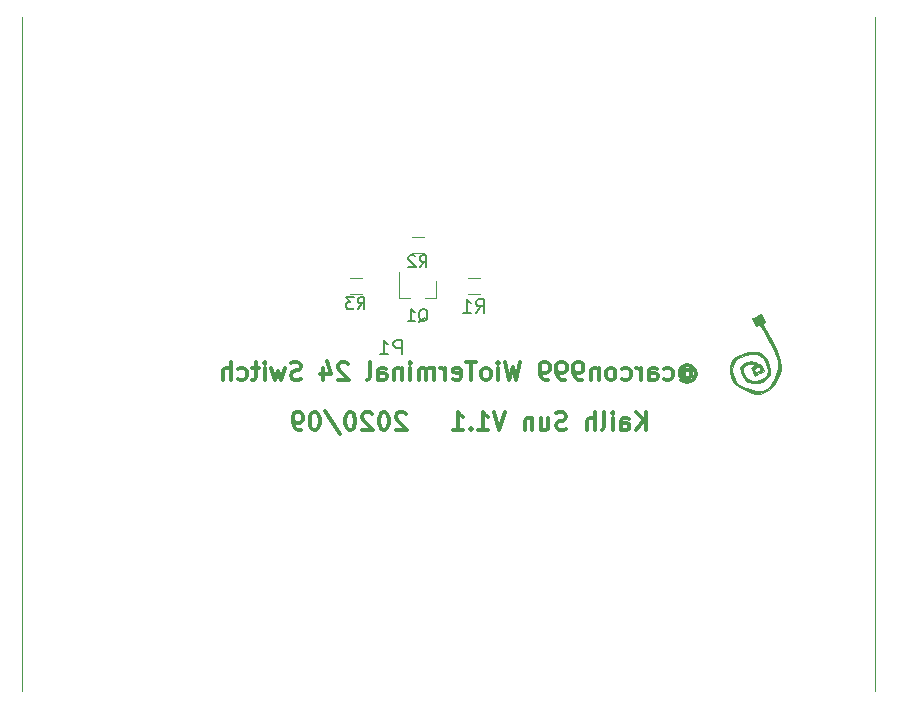
<source format=gbo>
G04 #@! TF.FileFunction,Legend,Bot*
%FSLAX46Y46*%
G04 Gerber Fmt 4.6, Leading zero omitted, Abs format (unit mm)*
G04 Created by KiCad (PCBNEW 4.0.7) date 09/25/20 21:30:28*
%MOMM*%
%LPD*%
G01*
G04 APERTURE LIST*
%ADD10C,0.200000*%
%ADD11C,0.100000*%
%ADD12C,0.300000*%
%ADD13C,0.002540*%
%ADD14C,0.120000*%
%ADD15C,0.150000*%
%ADD16R,1.200000X0.900000*%
%ADD17O,1.000000X1.500000*%
%ADD18C,2.000000*%
%ADD19R,0.800000X0.900000*%
%ADD20C,2.032000*%
G04 APERTURE END LIST*
D10*
D11*
X205500000Y-146500000D02*
X205500000Y-89500000D01*
X133250000Y-89500000D02*
X133250000Y-146500000D01*
D12*
X186107141Y-124428571D02*
X186107141Y-122928571D01*
X185249998Y-124428571D02*
X185892855Y-123571429D01*
X185249998Y-122928571D02*
X186107141Y-123785714D01*
X183964284Y-124428571D02*
X183964284Y-123642857D01*
X184035713Y-123500000D01*
X184178570Y-123428571D01*
X184464284Y-123428571D01*
X184607141Y-123500000D01*
X183964284Y-124357143D02*
X184107141Y-124428571D01*
X184464284Y-124428571D01*
X184607141Y-124357143D01*
X184678570Y-124214286D01*
X184678570Y-124071429D01*
X184607141Y-123928571D01*
X184464284Y-123857143D01*
X184107141Y-123857143D01*
X183964284Y-123785714D01*
X183249998Y-124428571D02*
X183249998Y-123428571D01*
X183249998Y-122928571D02*
X183321427Y-123000000D01*
X183249998Y-123071429D01*
X183178570Y-123000000D01*
X183249998Y-122928571D01*
X183249998Y-123071429D01*
X182321426Y-124428571D02*
X182464284Y-124357143D01*
X182535712Y-124214286D01*
X182535712Y-122928571D01*
X181749998Y-124428571D02*
X181749998Y-122928571D01*
X181107141Y-124428571D02*
X181107141Y-123642857D01*
X181178570Y-123500000D01*
X181321427Y-123428571D01*
X181535712Y-123428571D01*
X181678570Y-123500000D01*
X181749998Y-123571429D01*
X179321427Y-124357143D02*
X179107141Y-124428571D01*
X178749998Y-124428571D01*
X178607141Y-124357143D01*
X178535712Y-124285714D01*
X178464284Y-124142857D01*
X178464284Y-124000000D01*
X178535712Y-123857143D01*
X178607141Y-123785714D01*
X178749998Y-123714286D01*
X179035712Y-123642857D01*
X179178570Y-123571429D01*
X179249998Y-123500000D01*
X179321427Y-123357143D01*
X179321427Y-123214286D01*
X179249998Y-123071429D01*
X179178570Y-123000000D01*
X179035712Y-122928571D01*
X178678570Y-122928571D01*
X178464284Y-123000000D01*
X177178570Y-123428571D02*
X177178570Y-124428571D01*
X177821427Y-123428571D02*
X177821427Y-124214286D01*
X177749999Y-124357143D01*
X177607141Y-124428571D01*
X177392856Y-124428571D01*
X177249999Y-124357143D01*
X177178570Y-124285714D01*
X176464284Y-123428571D02*
X176464284Y-124428571D01*
X176464284Y-123571429D02*
X176392856Y-123500000D01*
X176249998Y-123428571D01*
X176035713Y-123428571D01*
X175892856Y-123500000D01*
X175821427Y-123642857D01*
X175821427Y-124428571D01*
X174178570Y-122928571D02*
X173678570Y-124428571D01*
X173178570Y-122928571D01*
X171892856Y-124428571D02*
X172749999Y-124428571D01*
X172321427Y-124428571D02*
X172321427Y-122928571D01*
X172464284Y-123142857D01*
X172607142Y-123285714D01*
X172749999Y-123357143D01*
X171249999Y-124285714D02*
X171178571Y-124357143D01*
X171249999Y-124428571D01*
X171321428Y-124357143D01*
X171249999Y-124285714D01*
X171249999Y-124428571D01*
X169749999Y-124428571D02*
X170607142Y-124428571D01*
X170178570Y-124428571D02*
X170178570Y-122928571D01*
X170321427Y-123142857D01*
X170464285Y-123285714D01*
X170607142Y-123357143D01*
X165750000Y-123071429D02*
X165678571Y-123000000D01*
X165535714Y-122928571D01*
X165178571Y-122928571D01*
X165035714Y-123000000D01*
X164964285Y-123071429D01*
X164892857Y-123214286D01*
X164892857Y-123357143D01*
X164964285Y-123571429D01*
X165821428Y-124428571D01*
X164892857Y-124428571D01*
X163964286Y-122928571D02*
X163821429Y-122928571D01*
X163678572Y-123000000D01*
X163607143Y-123071429D01*
X163535714Y-123214286D01*
X163464286Y-123500000D01*
X163464286Y-123857143D01*
X163535714Y-124142857D01*
X163607143Y-124285714D01*
X163678572Y-124357143D01*
X163821429Y-124428571D01*
X163964286Y-124428571D01*
X164107143Y-124357143D01*
X164178572Y-124285714D01*
X164250000Y-124142857D01*
X164321429Y-123857143D01*
X164321429Y-123500000D01*
X164250000Y-123214286D01*
X164178572Y-123071429D01*
X164107143Y-123000000D01*
X163964286Y-122928571D01*
X162892858Y-123071429D02*
X162821429Y-123000000D01*
X162678572Y-122928571D01*
X162321429Y-122928571D01*
X162178572Y-123000000D01*
X162107143Y-123071429D01*
X162035715Y-123214286D01*
X162035715Y-123357143D01*
X162107143Y-123571429D01*
X162964286Y-124428571D01*
X162035715Y-124428571D01*
X161107144Y-122928571D02*
X160964287Y-122928571D01*
X160821430Y-123000000D01*
X160750001Y-123071429D01*
X160678572Y-123214286D01*
X160607144Y-123500000D01*
X160607144Y-123857143D01*
X160678572Y-124142857D01*
X160750001Y-124285714D01*
X160821430Y-124357143D01*
X160964287Y-124428571D01*
X161107144Y-124428571D01*
X161250001Y-124357143D01*
X161321430Y-124285714D01*
X161392858Y-124142857D01*
X161464287Y-123857143D01*
X161464287Y-123500000D01*
X161392858Y-123214286D01*
X161321430Y-123071429D01*
X161250001Y-123000000D01*
X161107144Y-122928571D01*
X158892859Y-122857143D02*
X160178573Y-124785714D01*
X158107144Y-122928571D02*
X157964287Y-122928571D01*
X157821430Y-123000000D01*
X157750001Y-123071429D01*
X157678572Y-123214286D01*
X157607144Y-123500000D01*
X157607144Y-123857143D01*
X157678572Y-124142857D01*
X157750001Y-124285714D01*
X157821430Y-124357143D01*
X157964287Y-124428571D01*
X158107144Y-124428571D01*
X158250001Y-124357143D01*
X158321430Y-124285714D01*
X158392858Y-124142857D01*
X158464287Y-123857143D01*
X158464287Y-123500000D01*
X158392858Y-123214286D01*
X158321430Y-123071429D01*
X158250001Y-123000000D01*
X158107144Y-122928571D01*
X156892859Y-124428571D02*
X156607144Y-124428571D01*
X156464287Y-124357143D01*
X156392859Y-124285714D01*
X156250001Y-124071429D01*
X156178573Y-123785714D01*
X156178573Y-123214286D01*
X156250001Y-123071429D01*
X156321430Y-123000000D01*
X156464287Y-122928571D01*
X156750001Y-122928571D01*
X156892859Y-123000000D01*
X156964287Y-123071429D01*
X157035716Y-123214286D01*
X157035716Y-123571429D01*
X156964287Y-123714286D01*
X156892859Y-123785714D01*
X156750001Y-123857143D01*
X156464287Y-123857143D01*
X156321430Y-123785714D01*
X156250001Y-123714286D01*
X156178573Y-123571429D01*
X189285713Y-119464286D02*
X189357141Y-119392857D01*
X189499998Y-119321429D01*
X189642856Y-119321429D01*
X189785713Y-119392857D01*
X189857141Y-119464286D01*
X189928570Y-119607143D01*
X189928570Y-119750000D01*
X189857141Y-119892857D01*
X189785713Y-119964286D01*
X189642856Y-120035714D01*
X189499998Y-120035714D01*
X189357141Y-119964286D01*
X189285713Y-119892857D01*
X189285713Y-119321429D02*
X189285713Y-119892857D01*
X189214284Y-119964286D01*
X189142856Y-119964286D01*
X188999998Y-119892857D01*
X188928570Y-119750000D01*
X188928570Y-119392857D01*
X189071427Y-119178571D01*
X189285713Y-119035714D01*
X189571427Y-118964286D01*
X189857141Y-119035714D01*
X190071427Y-119178571D01*
X190214284Y-119392857D01*
X190285713Y-119678571D01*
X190214284Y-119964286D01*
X190071427Y-120178571D01*
X189857141Y-120321429D01*
X189571427Y-120392857D01*
X189285713Y-120321429D01*
X189071427Y-120178571D01*
X187642856Y-120107143D02*
X187785713Y-120178571D01*
X188071427Y-120178571D01*
X188214285Y-120107143D01*
X188285713Y-120035714D01*
X188357142Y-119892857D01*
X188357142Y-119464286D01*
X188285713Y-119321429D01*
X188214285Y-119250000D01*
X188071427Y-119178571D01*
X187785713Y-119178571D01*
X187642856Y-119250000D01*
X186357142Y-120178571D02*
X186357142Y-119392857D01*
X186428571Y-119250000D01*
X186571428Y-119178571D01*
X186857142Y-119178571D01*
X186999999Y-119250000D01*
X186357142Y-120107143D02*
X186499999Y-120178571D01*
X186857142Y-120178571D01*
X186999999Y-120107143D01*
X187071428Y-119964286D01*
X187071428Y-119821429D01*
X186999999Y-119678571D01*
X186857142Y-119607143D01*
X186499999Y-119607143D01*
X186357142Y-119535714D01*
X185642856Y-120178571D02*
X185642856Y-119178571D01*
X185642856Y-119464286D02*
X185571428Y-119321429D01*
X185499999Y-119250000D01*
X185357142Y-119178571D01*
X185214285Y-119178571D01*
X184071428Y-120107143D02*
X184214285Y-120178571D01*
X184499999Y-120178571D01*
X184642857Y-120107143D01*
X184714285Y-120035714D01*
X184785714Y-119892857D01*
X184785714Y-119464286D01*
X184714285Y-119321429D01*
X184642857Y-119250000D01*
X184499999Y-119178571D01*
X184214285Y-119178571D01*
X184071428Y-119250000D01*
X183214285Y-120178571D02*
X183357143Y-120107143D01*
X183428571Y-120035714D01*
X183500000Y-119892857D01*
X183500000Y-119464286D01*
X183428571Y-119321429D01*
X183357143Y-119250000D01*
X183214285Y-119178571D01*
X183000000Y-119178571D01*
X182857143Y-119250000D01*
X182785714Y-119321429D01*
X182714285Y-119464286D01*
X182714285Y-119892857D01*
X182785714Y-120035714D01*
X182857143Y-120107143D01*
X183000000Y-120178571D01*
X183214285Y-120178571D01*
X182071428Y-119178571D02*
X182071428Y-120178571D01*
X182071428Y-119321429D02*
X182000000Y-119250000D01*
X181857142Y-119178571D01*
X181642857Y-119178571D01*
X181500000Y-119250000D01*
X181428571Y-119392857D01*
X181428571Y-120178571D01*
X180642857Y-120178571D02*
X180357142Y-120178571D01*
X180214285Y-120107143D01*
X180142857Y-120035714D01*
X179999999Y-119821429D01*
X179928571Y-119535714D01*
X179928571Y-118964286D01*
X179999999Y-118821429D01*
X180071428Y-118750000D01*
X180214285Y-118678571D01*
X180499999Y-118678571D01*
X180642857Y-118750000D01*
X180714285Y-118821429D01*
X180785714Y-118964286D01*
X180785714Y-119321429D01*
X180714285Y-119464286D01*
X180642857Y-119535714D01*
X180499999Y-119607143D01*
X180214285Y-119607143D01*
X180071428Y-119535714D01*
X179999999Y-119464286D01*
X179928571Y-119321429D01*
X179214286Y-120178571D02*
X178928571Y-120178571D01*
X178785714Y-120107143D01*
X178714286Y-120035714D01*
X178571428Y-119821429D01*
X178500000Y-119535714D01*
X178500000Y-118964286D01*
X178571428Y-118821429D01*
X178642857Y-118750000D01*
X178785714Y-118678571D01*
X179071428Y-118678571D01*
X179214286Y-118750000D01*
X179285714Y-118821429D01*
X179357143Y-118964286D01*
X179357143Y-119321429D01*
X179285714Y-119464286D01*
X179214286Y-119535714D01*
X179071428Y-119607143D01*
X178785714Y-119607143D01*
X178642857Y-119535714D01*
X178571428Y-119464286D01*
X178500000Y-119321429D01*
X177785715Y-120178571D02*
X177500000Y-120178571D01*
X177357143Y-120107143D01*
X177285715Y-120035714D01*
X177142857Y-119821429D01*
X177071429Y-119535714D01*
X177071429Y-118964286D01*
X177142857Y-118821429D01*
X177214286Y-118750000D01*
X177357143Y-118678571D01*
X177642857Y-118678571D01*
X177785715Y-118750000D01*
X177857143Y-118821429D01*
X177928572Y-118964286D01*
X177928572Y-119321429D01*
X177857143Y-119464286D01*
X177785715Y-119535714D01*
X177642857Y-119607143D01*
X177357143Y-119607143D01*
X177214286Y-119535714D01*
X177142857Y-119464286D01*
X177071429Y-119321429D01*
X175428572Y-118678571D02*
X175071429Y-120178571D01*
X174785715Y-119107143D01*
X174500001Y-120178571D01*
X174142858Y-118678571D01*
X173571429Y-120178571D02*
X173571429Y-119178571D01*
X173571429Y-118678571D02*
X173642858Y-118750000D01*
X173571429Y-118821429D01*
X173500001Y-118750000D01*
X173571429Y-118678571D01*
X173571429Y-118821429D01*
X172642857Y-120178571D02*
X172785715Y-120107143D01*
X172857143Y-120035714D01*
X172928572Y-119892857D01*
X172928572Y-119464286D01*
X172857143Y-119321429D01*
X172785715Y-119250000D01*
X172642857Y-119178571D01*
X172428572Y-119178571D01*
X172285715Y-119250000D01*
X172214286Y-119321429D01*
X172142857Y-119464286D01*
X172142857Y-119892857D01*
X172214286Y-120035714D01*
X172285715Y-120107143D01*
X172428572Y-120178571D01*
X172642857Y-120178571D01*
X171714286Y-118678571D02*
X170857143Y-118678571D01*
X171285714Y-120178571D02*
X171285714Y-118678571D01*
X169785715Y-120107143D02*
X169928572Y-120178571D01*
X170214286Y-120178571D01*
X170357143Y-120107143D01*
X170428572Y-119964286D01*
X170428572Y-119392857D01*
X170357143Y-119250000D01*
X170214286Y-119178571D01*
X169928572Y-119178571D01*
X169785715Y-119250000D01*
X169714286Y-119392857D01*
X169714286Y-119535714D01*
X170428572Y-119678571D01*
X169071429Y-120178571D02*
X169071429Y-119178571D01*
X169071429Y-119464286D02*
X169000001Y-119321429D01*
X168928572Y-119250000D01*
X168785715Y-119178571D01*
X168642858Y-119178571D01*
X168142858Y-120178571D02*
X168142858Y-119178571D01*
X168142858Y-119321429D02*
X168071430Y-119250000D01*
X167928572Y-119178571D01*
X167714287Y-119178571D01*
X167571430Y-119250000D01*
X167500001Y-119392857D01*
X167500001Y-120178571D01*
X167500001Y-119392857D02*
X167428572Y-119250000D01*
X167285715Y-119178571D01*
X167071430Y-119178571D01*
X166928572Y-119250000D01*
X166857144Y-119392857D01*
X166857144Y-120178571D01*
X166142858Y-120178571D02*
X166142858Y-119178571D01*
X166142858Y-118678571D02*
X166214287Y-118750000D01*
X166142858Y-118821429D01*
X166071430Y-118750000D01*
X166142858Y-118678571D01*
X166142858Y-118821429D01*
X165428572Y-119178571D02*
X165428572Y-120178571D01*
X165428572Y-119321429D02*
X165357144Y-119250000D01*
X165214286Y-119178571D01*
X165000001Y-119178571D01*
X164857144Y-119250000D01*
X164785715Y-119392857D01*
X164785715Y-120178571D01*
X163428572Y-120178571D02*
X163428572Y-119392857D01*
X163500001Y-119250000D01*
X163642858Y-119178571D01*
X163928572Y-119178571D01*
X164071429Y-119250000D01*
X163428572Y-120107143D02*
X163571429Y-120178571D01*
X163928572Y-120178571D01*
X164071429Y-120107143D01*
X164142858Y-119964286D01*
X164142858Y-119821429D01*
X164071429Y-119678571D01*
X163928572Y-119607143D01*
X163571429Y-119607143D01*
X163428572Y-119535714D01*
X162500000Y-120178571D02*
X162642858Y-120107143D01*
X162714286Y-119964286D01*
X162714286Y-118678571D01*
X160857144Y-118821429D02*
X160785715Y-118750000D01*
X160642858Y-118678571D01*
X160285715Y-118678571D01*
X160142858Y-118750000D01*
X160071429Y-118821429D01*
X160000001Y-118964286D01*
X160000001Y-119107143D01*
X160071429Y-119321429D01*
X160928572Y-120178571D01*
X160000001Y-120178571D01*
X158714287Y-119178571D02*
X158714287Y-120178571D01*
X159071430Y-118607143D02*
X159428573Y-119678571D01*
X158500001Y-119678571D01*
X156857145Y-120107143D02*
X156642859Y-120178571D01*
X156285716Y-120178571D01*
X156142859Y-120107143D01*
X156071430Y-120035714D01*
X156000002Y-119892857D01*
X156000002Y-119750000D01*
X156071430Y-119607143D01*
X156142859Y-119535714D01*
X156285716Y-119464286D01*
X156571430Y-119392857D01*
X156714288Y-119321429D01*
X156785716Y-119250000D01*
X156857145Y-119107143D01*
X156857145Y-118964286D01*
X156785716Y-118821429D01*
X156714288Y-118750000D01*
X156571430Y-118678571D01*
X156214288Y-118678571D01*
X156000002Y-118750000D01*
X155500002Y-119178571D02*
X155214288Y-120178571D01*
X154928574Y-119464286D01*
X154642859Y-120178571D01*
X154357145Y-119178571D01*
X153785716Y-120178571D02*
X153785716Y-119178571D01*
X153785716Y-118678571D02*
X153857145Y-118750000D01*
X153785716Y-118821429D01*
X153714288Y-118750000D01*
X153785716Y-118678571D01*
X153785716Y-118821429D01*
X153285716Y-119178571D02*
X152714287Y-119178571D01*
X153071430Y-118678571D02*
X153071430Y-119964286D01*
X153000002Y-120107143D01*
X152857144Y-120178571D01*
X152714287Y-120178571D01*
X151571430Y-120107143D02*
X151714287Y-120178571D01*
X152000001Y-120178571D01*
X152142859Y-120107143D01*
X152214287Y-120035714D01*
X152285716Y-119892857D01*
X152285716Y-119464286D01*
X152214287Y-119321429D01*
X152142859Y-119250000D01*
X152000001Y-119178571D01*
X151714287Y-119178571D01*
X151571430Y-119250000D01*
X150928573Y-120178571D02*
X150928573Y-118678571D01*
X150285716Y-120178571D02*
X150285716Y-119392857D01*
X150357145Y-119250000D01*
X150500002Y-119178571D01*
X150714287Y-119178571D01*
X150857145Y-119250000D01*
X150928573Y-119321429D01*
D13*
G36*
X197513140Y-118985520D02*
X197502980Y-119270000D01*
X197431860Y-119584960D01*
X197424240Y-119612900D01*
X197208340Y-120153920D01*
X196911160Y-120623820D01*
X196553020Y-120999740D01*
X196156780Y-121258820D01*
X195745300Y-121380740D01*
X195636080Y-121385820D01*
X195379540Y-121355340D01*
X195039180Y-121279140D01*
X194706440Y-121177540D01*
X194104460Y-120908300D01*
X193657420Y-120580640D01*
X193367860Y-120197100D01*
X193367860Y-120194560D01*
X193268800Y-119889760D01*
X193223080Y-119501140D01*
X193228160Y-119094740D01*
X193286580Y-118744220D01*
X193345000Y-118596900D01*
X193553280Y-118353060D01*
X193886020Y-118147320D01*
X194300040Y-117982220D01*
X194752160Y-117875540D01*
X195199200Y-117832360D01*
X195595440Y-117862840D01*
X195900240Y-117982220D01*
X195912940Y-117989840D01*
X196161860Y-118243840D01*
X196380300Y-118604520D01*
X196537780Y-119008380D01*
X196603820Y-119389380D01*
X196606360Y-119422400D01*
X196580960Y-119694180D01*
X196481900Y-119899920D01*
X196324420Y-120075180D01*
X195963740Y-120336800D01*
X195547180Y-120479040D01*
X195120460Y-120499360D01*
X194726760Y-120392680D01*
X194536260Y-120275840D01*
X194361000Y-120067560D01*
X194206060Y-119770380D01*
X194101920Y-119455420D01*
X194079060Y-119191260D01*
X194079060Y-119183640D01*
X194185740Y-118965200D01*
X194406720Y-118784860D01*
X194691200Y-118657860D01*
X194988380Y-118604520D01*
X195247460Y-118642620D01*
X195364300Y-118718820D01*
X195521780Y-118812800D01*
X195633540Y-118815340D01*
X195758000Y-118850900D01*
X195900240Y-119051560D01*
X195928180Y-119102360D01*
X196098360Y-119435100D01*
X195793560Y-119590040D01*
X195793560Y-119336040D01*
X195760540Y-119191260D01*
X195758000Y-119183640D01*
X195669100Y-119074420D01*
X195539560Y-119084580D01*
X195460820Y-119117600D01*
X195285560Y-119247140D01*
X195257620Y-119394460D01*
X195305880Y-119468120D01*
X195440500Y-119521460D01*
X195646240Y-119452880D01*
X195679260Y-119435100D01*
X195793560Y-119336040D01*
X195793560Y-119590040D01*
X195684340Y-119645920D01*
X195272860Y-119854200D01*
X195120460Y-119518920D01*
X195031560Y-119305560D01*
X195013780Y-119188720D01*
X195072200Y-119107440D01*
X195130620Y-119061720D01*
X195237300Y-118937260D01*
X195204280Y-118853440D01*
X195059500Y-118812800D01*
X194835980Y-118843280D01*
X194592140Y-118934720D01*
X194396560Y-119064260D01*
X194371160Y-119092200D01*
X194287340Y-119203960D01*
X194272100Y-119318260D01*
X194327980Y-119501140D01*
X194368620Y-119600200D01*
X194505780Y-119861820D01*
X194675960Y-120077720D01*
X194721680Y-120118360D01*
X195026480Y-120260600D01*
X195389700Y-120283460D01*
X195758000Y-120199640D01*
X196083120Y-120019300D01*
X196291400Y-119785620D01*
X196398080Y-119562100D01*
X196423480Y-119351280D01*
X196362520Y-119102360D01*
X196232980Y-118797560D01*
X195984060Y-118383540D01*
X195689420Y-118116840D01*
X195366840Y-118005080D01*
X195303340Y-118002540D01*
X194968060Y-118038100D01*
X194561660Y-118132080D01*
X194160340Y-118264160D01*
X193911420Y-118373380D01*
X193632020Y-118607060D01*
X193456760Y-118942340D01*
X193393260Y-119346200D01*
X193449140Y-119783080D01*
X193578680Y-120120900D01*
X193713300Y-120346960D01*
X193886020Y-120519680D01*
X194142560Y-120682240D01*
X194320360Y-120773680D01*
X194871540Y-121007360D01*
X195377000Y-121136900D01*
X195806260Y-121154680D01*
X195961200Y-121124200D01*
X196306640Y-120951480D01*
X196631760Y-120644140D01*
X196913700Y-120240280D01*
X197127060Y-119778000D01*
X197251520Y-119292860D01*
X197266760Y-119135380D01*
X197274380Y-118845820D01*
X197243900Y-118586740D01*
X197165160Y-118302260D01*
X197022920Y-117926340D01*
X197015300Y-117906020D01*
X196842580Y-117517400D01*
X196613980Y-117057660D01*
X196370140Y-116597920D01*
X196240600Y-116369320D01*
X196022160Y-116008640D01*
X195867220Y-115774960D01*
X195752920Y-115640340D01*
X195658940Y-115587000D01*
X195567500Y-115589540D01*
X195562420Y-115592080D01*
X195422720Y-115594620D01*
X195313500Y-115495560D01*
X195222060Y-115327920D01*
X195135700Y-115129800D01*
X195097600Y-115007880D01*
X195097600Y-114995180D01*
X195181420Y-114946920D01*
X195366840Y-114850400D01*
X195481140Y-114791980D01*
X195839280Y-114611640D01*
X196009460Y-114946920D01*
X196108520Y-115160280D01*
X196128840Y-115277120D01*
X196070420Y-115343160D01*
X196050100Y-115355860D01*
X195996760Y-115414280D01*
X196006920Y-115515880D01*
X196085660Y-115691140D01*
X196250760Y-115975620D01*
X196276160Y-116016260D01*
X196611440Y-116600460D01*
X196913700Y-117192280D01*
X197167700Y-117751080D01*
X197358200Y-118246380D01*
X197464880Y-118637540D01*
X197513140Y-118985520D01*
X197513140Y-118985520D01*
X197513140Y-118985520D01*
G37*
X197513140Y-118985520D02*
X197502980Y-119270000D01*
X197431860Y-119584960D01*
X197424240Y-119612900D01*
X197208340Y-120153920D01*
X196911160Y-120623820D01*
X196553020Y-120999740D01*
X196156780Y-121258820D01*
X195745300Y-121380740D01*
X195636080Y-121385820D01*
X195379540Y-121355340D01*
X195039180Y-121279140D01*
X194706440Y-121177540D01*
X194104460Y-120908300D01*
X193657420Y-120580640D01*
X193367860Y-120197100D01*
X193367860Y-120194560D01*
X193268800Y-119889760D01*
X193223080Y-119501140D01*
X193228160Y-119094740D01*
X193286580Y-118744220D01*
X193345000Y-118596900D01*
X193553280Y-118353060D01*
X193886020Y-118147320D01*
X194300040Y-117982220D01*
X194752160Y-117875540D01*
X195199200Y-117832360D01*
X195595440Y-117862840D01*
X195900240Y-117982220D01*
X195912940Y-117989840D01*
X196161860Y-118243840D01*
X196380300Y-118604520D01*
X196537780Y-119008380D01*
X196603820Y-119389380D01*
X196606360Y-119422400D01*
X196580960Y-119694180D01*
X196481900Y-119899920D01*
X196324420Y-120075180D01*
X195963740Y-120336800D01*
X195547180Y-120479040D01*
X195120460Y-120499360D01*
X194726760Y-120392680D01*
X194536260Y-120275840D01*
X194361000Y-120067560D01*
X194206060Y-119770380D01*
X194101920Y-119455420D01*
X194079060Y-119191260D01*
X194079060Y-119183640D01*
X194185740Y-118965200D01*
X194406720Y-118784860D01*
X194691200Y-118657860D01*
X194988380Y-118604520D01*
X195247460Y-118642620D01*
X195364300Y-118718820D01*
X195521780Y-118812800D01*
X195633540Y-118815340D01*
X195758000Y-118850900D01*
X195900240Y-119051560D01*
X195928180Y-119102360D01*
X196098360Y-119435100D01*
X195793560Y-119590040D01*
X195793560Y-119336040D01*
X195760540Y-119191260D01*
X195758000Y-119183640D01*
X195669100Y-119074420D01*
X195539560Y-119084580D01*
X195460820Y-119117600D01*
X195285560Y-119247140D01*
X195257620Y-119394460D01*
X195305880Y-119468120D01*
X195440500Y-119521460D01*
X195646240Y-119452880D01*
X195679260Y-119435100D01*
X195793560Y-119336040D01*
X195793560Y-119590040D01*
X195684340Y-119645920D01*
X195272860Y-119854200D01*
X195120460Y-119518920D01*
X195031560Y-119305560D01*
X195013780Y-119188720D01*
X195072200Y-119107440D01*
X195130620Y-119061720D01*
X195237300Y-118937260D01*
X195204280Y-118853440D01*
X195059500Y-118812800D01*
X194835980Y-118843280D01*
X194592140Y-118934720D01*
X194396560Y-119064260D01*
X194371160Y-119092200D01*
X194287340Y-119203960D01*
X194272100Y-119318260D01*
X194327980Y-119501140D01*
X194368620Y-119600200D01*
X194505780Y-119861820D01*
X194675960Y-120077720D01*
X194721680Y-120118360D01*
X195026480Y-120260600D01*
X195389700Y-120283460D01*
X195758000Y-120199640D01*
X196083120Y-120019300D01*
X196291400Y-119785620D01*
X196398080Y-119562100D01*
X196423480Y-119351280D01*
X196362520Y-119102360D01*
X196232980Y-118797560D01*
X195984060Y-118383540D01*
X195689420Y-118116840D01*
X195366840Y-118005080D01*
X195303340Y-118002540D01*
X194968060Y-118038100D01*
X194561660Y-118132080D01*
X194160340Y-118264160D01*
X193911420Y-118373380D01*
X193632020Y-118607060D01*
X193456760Y-118942340D01*
X193393260Y-119346200D01*
X193449140Y-119783080D01*
X193578680Y-120120900D01*
X193713300Y-120346960D01*
X193886020Y-120519680D01*
X194142560Y-120682240D01*
X194320360Y-120773680D01*
X194871540Y-121007360D01*
X195377000Y-121136900D01*
X195806260Y-121154680D01*
X195961200Y-121124200D01*
X196306640Y-120951480D01*
X196631760Y-120644140D01*
X196913700Y-120240280D01*
X197127060Y-119778000D01*
X197251520Y-119292860D01*
X197266760Y-119135380D01*
X197274380Y-118845820D01*
X197243900Y-118586740D01*
X197165160Y-118302260D01*
X197022920Y-117926340D01*
X197015300Y-117906020D01*
X196842580Y-117517400D01*
X196613980Y-117057660D01*
X196370140Y-116597920D01*
X196240600Y-116369320D01*
X196022160Y-116008640D01*
X195867220Y-115774960D01*
X195752920Y-115640340D01*
X195658940Y-115587000D01*
X195567500Y-115589540D01*
X195562420Y-115592080D01*
X195422720Y-115594620D01*
X195313500Y-115495560D01*
X195222060Y-115327920D01*
X195135700Y-115129800D01*
X195097600Y-115007880D01*
X195097600Y-114995180D01*
X195181420Y-114946920D01*
X195366840Y-114850400D01*
X195481140Y-114791980D01*
X195839280Y-114611640D01*
X196009460Y-114946920D01*
X196108520Y-115160280D01*
X196128840Y-115277120D01*
X196070420Y-115343160D01*
X196050100Y-115355860D01*
X195996760Y-115414280D01*
X196006920Y-115515880D01*
X196085660Y-115691140D01*
X196250760Y-115975620D01*
X196276160Y-116016260D01*
X196611440Y-116600460D01*
X196913700Y-117192280D01*
X197167700Y-117751080D01*
X197358200Y-118246380D01*
X197464880Y-118637540D01*
X197513140Y-118985520D01*
X197513140Y-118985520D01*
D14*
X171000000Y-112930000D02*
X172000000Y-112930000D01*
X172000000Y-111570000D02*
X171000000Y-111570000D01*
X168330000Y-113260000D02*
X167400000Y-113260000D01*
X165170000Y-113260000D02*
X166100000Y-113260000D01*
X165170000Y-113260000D02*
X165170000Y-111100000D01*
X168330000Y-113260000D02*
X168330000Y-111800000D01*
X167250000Y-108070000D02*
X166250000Y-108070000D01*
X166250000Y-109430000D02*
X167250000Y-109430000D01*
X162000000Y-111570000D02*
X161000000Y-111570000D01*
X161000000Y-112930000D02*
X162000000Y-112930000D01*
D15*
X171699999Y-114542857D02*
X172099999Y-113971429D01*
X172385714Y-114542857D02*
X172385714Y-113342857D01*
X171928571Y-113342857D01*
X171814285Y-113400000D01*
X171757142Y-113457143D01*
X171699999Y-113571429D01*
X171699999Y-113742857D01*
X171757142Y-113857143D01*
X171814285Y-113914286D01*
X171928571Y-113971429D01*
X172385714Y-113971429D01*
X170557142Y-114542857D02*
X171242857Y-114542857D01*
X170899999Y-114542857D02*
X170899999Y-113342857D01*
X171014285Y-113514286D01*
X171128571Y-113628571D01*
X171242857Y-113685714D01*
X165385714Y-118042857D02*
X165385714Y-116842857D01*
X164928571Y-116842857D01*
X164814285Y-116900000D01*
X164757142Y-116957143D01*
X164699999Y-117071429D01*
X164699999Y-117242857D01*
X164757142Y-117357143D01*
X164814285Y-117414286D01*
X164928571Y-117471429D01*
X165385714Y-117471429D01*
X163557142Y-118042857D02*
X164242857Y-118042857D01*
X163899999Y-118042857D02*
X163899999Y-116842857D01*
X164014285Y-117014286D01*
X164128571Y-117128571D01*
X164242857Y-117185714D01*
X166845238Y-115297619D02*
X166940476Y-115250000D01*
X167035714Y-115154762D01*
X167178571Y-115011905D01*
X167273810Y-114964286D01*
X167369048Y-114964286D01*
X167321429Y-115202381D02*
X167416667Y-115154762D01*
X167511905Y-115059524D01*
X167559524Y-114869048D01*
X167559524Y-114535714D01*
X167511905Y-114345238D01*
X167416667Y-114250000D01*
X167321429Y-114202381D01*
X167130952Y-114202381D01*
X167035714Y-114250000D01*
X166940476Y-114345238D01*
X166892857Y-114535714D01*
X166892857Y-114869048D01*
X166940476Y-115059524D01*
X167035714Y-115154762D01*
X167130952Y-115202381D01*
X167321429Y-115202381D01*
X165940476Y-115202381D02*
X166511905Y-115202381D01*
X166226191Y-115202381D02*
X166226191Y-114202381D01*
X166321429Y-114345238D01*
X166416667Y-114440476D01*
X166511905Y-114488095D01*
X166916666Y-110652381D02*
X167250000Y-110176190D01*
X167488095Y-110652381D02*
X167488095Y-109652381D01*
X167107142Y-109652381D01*
X167011904Y-109700000D01*
X166964285Y-109747619D01*
X166916666Y-109842857D01*
X166916666Y-109985714D01*
X166964285Y-110080952D01*
X167011904Y-110128571D01*
X167107142Y-110176190D01*
X167488095Y-110176190D01*
X166535714Y-109747619D02*
X166488095Y-109700000D01*
X166392857Y-109652381D01*
X166154761Y-109652381D01*
X166059523Y-109700000D01*
X166011904Y-109747619D01*
X165964285Y-109842857D01*
X165964285Y-109938095D01*
X166011904Y-110080952D01*
X166583333Y-110652381D01*
X165964285Y-110652381D01*
X161666666Y-114202381D02*
X162000000Y-113726190D01*
X162238095Y-114202381D02*
X162238095Y-113202381D01*
X161857142Y-113202381D01*
X161761904Y-113250000D01*
X161714285Y-113297619D01*
X161666666Y-113392857D01*
X161666666Y-113535714D01*
X161714285Y-113630952D01*
X161761904Y-113678571D01*
X161857142Y-113726190D01*
X162238095Y-113726190D01*
X161333333Y-113202381D02*
X160714285Y-113202381D01*
X161047619Y-113583333D01*
X160904761Y-113583333D01*
X160809523Y-113630952D01*
X160761904Y-113678571D01*
X160714285Y-113773810D01*
X160714285Y-114011905D01*
X160761904Y-114107143D01*
X160809523Y-114154762D01*
X160904761Y-114202381D01*
X161190476Y-114202381D01*
X161285714Y-114154762D01*
X161333333Y-114107143D01*
%LPC*%
X166623000Y-115611000D02*
X166877000Y-115611000D01*
X166623000Y-117389000D02*
X166877000Y-117389000D01*
X166750000Y-115611000D02*
X166750000Y-117389000D01*
X167639000Y-116182500D02*
X167639000Y-116881000D01*
X167385000Y-117198500D02*
X167385000Y-115801500D01*
X167258000Y-115738000D02*
X167258000Y-117262000D01*
X167131000Y-117325500D02*
X167131000Y-115674500D01*
X167004000Y-115674500D02*
X167004000Y-117325500D01*
X166877000Y-117389000D02*
X166877000Y-115611000D01*
X166877000Y-115611000D02*
G75*
G02X167766000Y-116500000I0J-889000D01*
G01*
X167766000Y-116500000D02*
G75*
G02X166877000Y-117389000I-889000J0D01*
G01*
X165861000Y-116881000D02*
X165861000Y-116119000D01*
X166115000Y-115801500D02*
X166115000Y-117198500D01*
X166242000Y-117262000D02*
X166242000Y-115738000D01*
X166369000Y-115674500D02*
X166369000Y-117325500D01*
X166496000Y-117325500D02*
X166496000Y-115674500D01*
X166623000Y-117389000D02*
X166623000Y-115611000D01*
X165734000Y-116500000D02*
G75*
G02X166623000Y-115611000I889000J0D01*
G01*
X166623000Y-117389000D02*
G75*
G02X165734000Y-116500000I0J889000D01*
G01*
D16*
X172600000Y-112250000D03*
X170400000Y-112250000D03*
D17*
X272905000Y-136500000D03*
X271635000Y-136500000D03*
X270365000Y-136500000D03*
X269095000Y-136500000D03*
X254405000Y-136500000D03*
X253135000Y-136500000D03*
X251865000Y-136500000D03*
X250595000Y-136500000D03*
X235905000Y-136500000D03*
X234635000Y-136500000D03*
X233365000Y-136500000D03*
X232095000Y-136500000D03*
X217405000Y-136500000D03*
X216135000Y-136500000D03*
X214865000Y-136500000D03*
X213595000Y-136500000D03*
X272905000Y-118000000D03*
X271635000Y-118000000D03*
X270365000Y-118000000D03*
X269095000Y-118000000D03*
X254405000Y-118000000D03*
X253135000Y-118000000D03*
X251865000Y-118000000D03*
X250595000Y-118000000D03*
X235905000Y-118000000D03*
X234635000Y-118000000D03*
X233365000Y-118000000D03*
X232095000Y-118000000D03*
X217405000Y-118000000D03*
X216135000Y-118000000D03*
X214865000Y-118000000D03*
X213595000Y-118000000D03*
X272905000Y-99500000D03*
X271635000Y-99500000D03*
X270365000Y-99500000D03*
X269095000Y-99500000D03*
X254405000Y-99500000D03*
X253135000Y-99500000D03*
X251865000Y-99500000D03*
X250595000Y-99500000D03*
X235905000Y-99500000D03*
X234635000Y-99500000D03*
X233365000Y-99500000D03*
X232095000Y-99500000D03*
X217405000Y-99500000D03*
X216135000Y-99500000D03*
X214865000Y-99500000D03*
X213595000Y-99500000D03*
X69655000Y-99500000D03*
X68385000Y-99500000D03*
X67115000Y-99500000D03*
X65845000Y-99500000D03*
X88155000Y-99500000D03*
X86885000Y-99500000D03*
X85615000Y-99500000D03*
X84345000Y-99500000D03*
X106655000Y-99500000D03*
X105385000Y-99500000D03*
X104115000Y-99500000D03*
X102845000Y-99500000D03*
X125155000Y-99500000D03*
X123885000Y-99500000D03*
X122615000Y-99500000D03*
X121345000Y-99500000D03*
X69655000Y-118000000D03*
X68385000Y-118000000D03*
X67115000Y-118000000D03*
X65845000Y-118000000D03*
X88155000Y-118000000D03*
X86885000Y-118000000D03*
X85615000Y-118000000D03*
X84345000Y-118000000D03*
X106655000Y-118000000D03*
X105385000Y-118000000D03*
X104115000Y-118000000D03*
X102845000Y-118000000D03*
X125155000Y-118000000D03*
X123885000Y-118000000D03*
X122615000Y-118000000D03*
X121345000Y-118000000D03*
X69655000Y-136500000D03*
X68385000Y-136500000D03*
X67115000Y-136500000D03*
X65845000Y-136500000D03*
X88155000Y-136500000D03*
X86885000Y-136500000D03*
X85615000Y-136500000D03*
X84345000Y-136500000D03*
X106655000Y-136500000D03*
X105385000Y-136500000D03*
X104115000Y-136500000D03*
X102845000Y-136500000D03*
X125155000Y-136500000D03*
X123885000Y-136500000D03*
X122615000Y-136500000D03*
X121345000Y-136500000D03*
D10*
G36*
X166650000Y-115850000D02*
X166650000Y-117150000D01*
X165850000Y-117050000D01*
X165850000Y-115950000D01*
X166650000Y-115850000D01*
X166650000Y-115850000D01*
G37*
G36*
X166850000Y-117150000D02*
X166850000Y-115850000D01*
X167650000Y-115950000D01*
X167650000Y-117050000D01*
X166850000Y-117150000D01*
X166850000Y-117150000D01*
G37*
D18*
X77000000Y-144500000D03*
X77000000Y-91500000D03*
X261750000Y-91500000D03*
X261750000Y-144500000D03*
X143250000Y-144500000D03*
X195250000Y-144500000D03*
X143250000Y-91500000D03*
X195250000Y-91500000D03*
D19*
X165800000Y-111500000D03*
X167700000Y-111500000D03*
X166750000Y-113500000D03*
D16*
X165650000Y-108750000D03*
X167850000Y-108750000D03*
X160400000Y-112250000D03*
X162600000Y-112250000D03*
D20*
X72550000Y-94900000D03*
X67750000Y-93100000D03*
X220300000Y-94900000D03*
X215500000Y-93100000D03*
X238800000Y-94900000D03*
X234000000Y-93100000D03*
X257300000Y-94900000D03*
X252500000Y-93100000D03*
X275800000Y-94900000D03*
X271000000Y-93100000D03*
X220300000Y-113400000D03*
X215500000Y-111600000D03*
X238800000Y-113400000D03*
X234000000Y-111600000D03*
X257300000Y-113400000D03*
X252500000Y-111600000D03*
X275800000Y-113400000D03*
X271000000Y-111600000D03*
X220300000Y-131900000D03*
X215500000Y-130100000D03*
X238800000Y-131900000D03*
X234000000Y-130100000D03*
X257300000Y-131900000D03*
X252500000Y-130100000D03*
X275800000Y-131900000D03*
X271000000Y-130100000D03*
X91050000Y-94900000D03*
X86250000Y-93100000D03*
X109550000Y-94900000D03*
X104750000Y-93100000D03*
X128050000Y-94900000D03*
X123250000Y-93100000D03*
X72550000Y-113400000D03*
X67750000Y-111600000D03*
X91050000Y-113400000D03*
X86250000Y-111600000D03*
X109550000Y-113400000D03*
X104750000Y-111600000D03*
X128050000Y-113400000D03*
X123250000Y-111600000D03*
X72550000Y-131900000D03*
X67750000Y-130100000D03*
X91050000Y-131900000D03*
X86250000Y-130100000D03*
X109550000Y-131900000D03*
X104750000Y-130100000D03*
X128050000Y-131900000D03*
X123250000Y-130100000D03*
M02*

</source>
